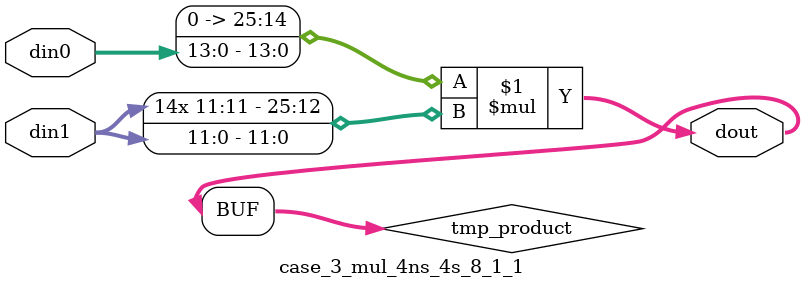
<source format=v>

`timescale 1 ns / 1 ps

 (* use_dsp = "no" *)  module case_3_mul_4ns_4s_8_1_1(din0, din1, dout);
parameter ID = 1;
parameter NUM_STAGE = 0;
parameter din0_WIDTH = 14;
parameter din1_WIDTH = 12;
parameter dout_WIDTH = 26;

input [din0_WIDTH - 1 : 0] din0; 
input [din1_WIDTH - 1 : 0] din1; 
output [dout_WIDTH - 1 : 0] dout;

wire signed [dout_WIDTH - 1 : 0] tmp_product;

























assign tmp_product = $signed({1'b0, din0}) * $signed(din1);










assign dout = tmp_product;





















endmodule

</source>
